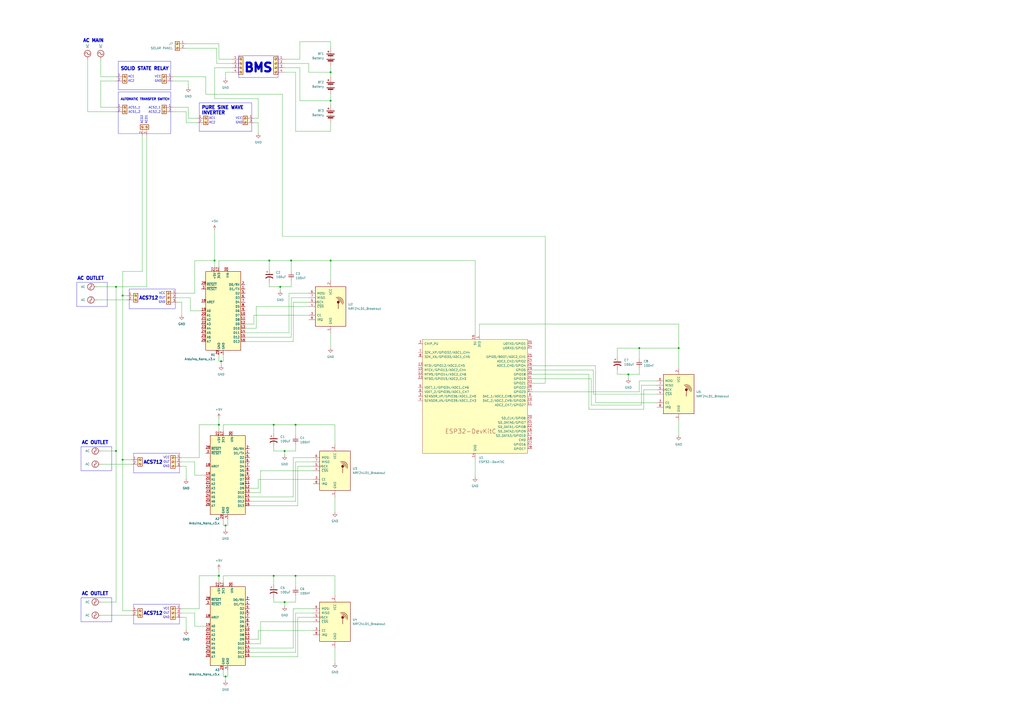
<source format=kicad_sch>
(kicad_sch (version 20250114) (generator "eeschema") (generator_version "9.0")
  (paper "A2")
  (lib_symbols
    (symbol "Connector:Screw_Terminal_01x02" (pin_names (offset 1.016) (hide yes))
      (property "Reference" "J" (at 0 2.54 0))
      (property "Value" "Screw_Terminal_01x02" (at 0 -5.08 0))
      (symbol "Screw_Terminal_01x02_1_1"
        (rectangle (start -1.27 1.27) (end 1.27 -3.81) (stroke (width 0.254)) (fill (type background)))
        (polyline (pts (xy -0.5334 0.3302) (xy 0.3302 -0.508)) (stroke (width 0.1524)))
        (polyline (pts (xy -0.5334 -2.2098) (xy 0.3302 -3.048)) (stroke (width 0.1524)))
        (polyline (pts (xy -0.3556 0.508) (xy 0.508 -0.3302)) (stroke (width 0.1524)))
        (polyline (pts (xy -0.3556 -2.032) (xy 0.508 -2.8702)) (stroke (width 0.1524)))
        (circle (center 0 0) (radius 0.635) (stroke (width 0.1524)))
        (circle (center 0 -2.54) (radius 0.635) (stroke (width 0.1524)))
        (pin passive line (at -5.08 0 0) (length 3.81) (name "Pin_1") (number "1"))
        (pin passive line (at -5.08 -2.54 0) (length 3.81) (name "Pin_2") (number "2"))
      )
    )
    (symbol "Connector:Screw_Terminal_01x03" (pin_names (offset 1.016) (hide yes))
      (property "Reference" "J" (at 0 5.08 0))
      (property "Value" "Screw_Terminal_01x03" (at 0 -5.08 0))
      (symbol "Screw_Terminal_01x03_1_1"
        (rectangle (start -1.27 3.81) (end 1.27 -3.81) (stroke (width 0.254)) (fill (type background)))
        (polyline (pts (xy -0.5334 2.8702) (xy 0.3302 2.032)) (stroke (width 0.1524)))
        (polyline (pts (xy -0.5334 0.3302) (xy 0.3302 -0.508)) (stroke (width 0.1524)))
        (polyline (pts (xy -0.5334 -2.2098) (xy 0.3302 -3.048)) (stroke (width 0.1524)))
        (polyline (pts (xy -0.3556 3.048) (xy 0.508 2.2098)) (stroke (width 0.1524)))
        (polyline (pts (xy -0.3556 0.508) (xy 0.508 -0.3302)) (stroke (width 0.1524)))
        (polyline (pts (xy -0.3556 -2.032) (xy 0.508 -2.8702)) (stroke (width 0.1524)))
        (circle (center 0 2.54) (radius 0.635) (stroke (width 0.1524)))
        (circle (center 0 0) (radius 0.635) (stroke (width 0.1524)))
        (circle (center 0 -2.54) (radius 0.635) (stroke (width 0.1524)))
        (pin passive line (at -5.08 2.54 0) (length 3.81) (name "Pin_1") (number "1"))
        (pin passive line (at -5.08 0 0) (length 3.81) (name "Pin_2") (number "2"))
        (pin passive line (at -5.08 -2.54 0) (length 3.81) (name "Pin_3") (number "3"))
      )
    )
    (symbol "Connector:Screw_Terminal_01x04" (pin_names (offset 1.016) (hide yes))
      (property "Reference" "J" (at 0 5.08 0))
      (property "Value" "Screw_Terminal_01x04" (at 0 -7.62 0))
      (symbol "Screw_Terminal_01x04_1_1"
        (rectangle (start -1.27 3.81) (end 1.27 -6.35) (stroke (width 0.254)) (fill (type background)))
        (polyline (pts (xy -0.5334 2.8702) (xy 0.3302 2.032)) (stroke (width 0.1524)))
        (polyline (pts (xy -0.5334 0.3302) (xy 0.3302 -0.508)) (stroke (width 0.1524)))
        (polyline (pts (xy -0.5334 -2.2098) (xy 0.3302 -3.048)) (stroke (width 0.1524)))
        (polyline (pts (xy -0.5334 -4.7498) (xy 0.3302 -5.588)) (stroke (width 0.1524)))
        (polyline (pts (xy -0.3556 3.048) (xy 0.508 2.2098)) (stroke (width 0.1524)))
        (polyline (pts (xy -0.3556 0.508) (xy 0.508 -0.3302)) (stroke (width 0.1524)))
        (polyline (pts (xy -0.3556 -2.032) (xy 0.508 -2.8702)) (stroke (width 0.1524)))
        (polyline (pts (xy -0.3556 -4.572) (xy 0.508 -5.4102)) (stroke (width 0.1524)))
        (circle (center 0 2.54) (radius 0.635) (stroke (width 0.1524)))
        (circle (center 0 0) (radius 0.635) (stroke (width 0.1524)))
        (circle (center 0 -2.54) (radius 0.635) (stroke (width 0.1524)))
        (circle (center 0 -5.08) (radius 0.635) (stroke (width 0.1524)))
        (pin passive line (at -5.08 2.54 0) (length 3.81) (name "Pin_1") (number "1"))
        (pin passive line (at -5.08 0 0) (length 3.81) (name "Pin_2") (number "2"))
        (pin passive line (at -5.08 -2.54 0) (length 3.81) (name "Pin_3") (number "3"))
        (pin passive line (at -5.08 -5.08 0) (length 3.81) (name "Pin_4") (number "4"))
      )
    )
    (symbol "Device:Battery" (pin_numbers (hide yes)) (pin_names (offset 0) (hide yes))
      (property "Reference" "BT" (at 2.54 2.54 0))
      (property "Value" "Battery" (at 2.54 0 0))
      (symbol "Battery_0_1"
        (rectangle (start -2.286 1.778) (end 2.286 1.524) (fill (type outline)))
        (rectangle (start -2.286 -1.27) (end 2.286 -1.524) (fill (type outline)))
        (rectangle (start -1.524 1.016) (end 1.524 0.508) (fill (type outline)))
        (rectangle (start -1.524 -2.032) (end 1.524 -2.54) (fill (type outline)))
        (polyline (pts (xy 0 1.778) (xy 0 2.54)))
        (polyline (pts (xy 0 0) (xy 0 0.254)))
        (polyline (pts (xy 0 -0.508) (xy 0 -0.254)))
        (polyline (pts (xy 0 -1.016) (xy 0 -0.762)))
        (polyline (pts (xy 0.762 3.048) (xy 1.778 3.048)) (stroke (width 0.254)))
        (polyline (pts (xy 1.27 3.556) (xy 1.27 2.54)) (stroke (width 0.254)))
      )
      (symbol "Battery_1_1"
        (pin passive line (at 0 5.08 270) (length 2.54) (name "+") (number "1"))
        (pin passive line (at 0 -5.08 90) (length 2.54) (name "-") (number "2"))
      )
    )
    (symbol "Device:C_Polarized_US" (pin_numbers (hide yes)) (pin_names (offset 0.254) (hide yes))
      (property "Reference" "C" (at 0.635 2.54 0))
      (property "Value" "C_Polarized_US" (at 0.635 -2.54 0))
      (symbol "C_Polarized_US_0_1"
        (polyline (pts (xy -2.032 0.762) (xy 2.032 0.762)) (stroke (width 0.508)))
        (polyline (pts (xy -1.778 2.286) (xy -0.762 2.286)))
        (polyline (pts (xy -1.27 1.778) (xy -1.27 2.794)))
        (arc (start -2.032 -1.27) (mid 0 -0.5572) (end 2.032 -1.27) (stroke (width 0.508)))
      )
      (symbol "C_Polarized_US_1_1"
        (pin passive line (at 0 3.81 270) (length 2.794) (name "~") (number "1"))
        (pin passive line (at 0 -3.81 90) (length 3.302) (name "~") (number "2"))
      )
    )
    (symbol "Device:C_Small" (pin_numbers (hide yes)) (pin_names (offset 0.254) (hide yes))
      (property "Reference" "C" (at 0.254 1.778 0))
      (property "Value" "C_Small" (at 0.254 -2.032 0))
      (symbol "C_Small_0_1"
        (polyline (pts (xy -1.524 0.508) (xy 1.524 0.508)) (stroke (width 0.3048)))
        (polyline (pts (xy -1.524 -0.508) (xy 1.524 -0.508)) (stroke (width 0.3302)))
      )
      (symbol "C_Small_1_1"
        (pin passive line (at 0 2.54 270) (length 2.032) (name "~") (number "1"))
        (pin passive line (at 0 -2.54 90) (length 2.032) (name "~") (number "2"))
      )
    )
    (symbol "ESP32:ESP32-DevKitC" (pin_names (offset 1.016))
      (property "Reference" "U" (at -30.48 38.1 0))
      (property "Value" "ESP32-DevKitC" (at -30.48 35.56 0))
      (symbol "ESP32-DevKitC_0_0"
        (text "ESP32-DevKitC" (at -2.54 -20.32 0) (effects (font (size 2.54 2.54))))
        (pin power_in line (at 0 35.56 270) (length 2.54) (name "5V") (number "19"))
        (pin power_in line (at 0 -35.56 90) (length 2.54) (name "GND") (number "14"))
      )
      (symbol "ESP32-DevKitC_0_1"
        (rectangle (start -30.48 33.02) (end 30.48 -33.02) (fill (type background)))
      )
      (symbol "ESP32-DevKitC_1_1"
        (pin input line (at -33.02 30.48 0) (length 2.54) (name "CHIP_PU") (number "2"))
        (pin bidirectional line (at -33.02 25.4 0) (length 2.54) (name "32K_XP/GPIO32/ADC1_CH4") (number "7"))
        (pin bidirectional line (at -33.02 22.86 0) (length 2.54) (name "32K_XN/GPIO33/ADC1_CH5") (number "8"))
        (pin bidirectional line (at -33.02 17.78 0) (length 2.54) (name "MTDI/GPIO12/ADC2_CH5") (number "13"))
        (pin bidirectional line (at -33.02 15.24 0) (length 2.54) (name "MTCK/GPIO13/ADC2_CH4") (number "15"))
        (pin bidirectional line (at -33.02 12.7 0) (length 2.54) (name "MTMS/GPIO14/ADC2_CH6") (number "12"))
        (pin bidirectional line (at -33.02 10.16 0) (length 2.54) (name "MTDO/GPIO15/ADC2_CH3") (number "23"))
        (pin input line (at -33.02 5.08 0) (length 2.54) (name "VDET_1/GPIO34/ADC1_CH6") (number "5"))
        (pin input line (at -33.02 2.54 0) (length 2.54) (name "VDET_2/GPIO35/ADC1_CH7") (number "6"))
        (pin input line (at -33.02 0 0) (length 2.54) (name "SENSOR_VP/GPIO36/ADC1_CH0") (number "3"))
        (pin input line (at -33.02 -2.54 0) (length 2.54) (name "SENSOR_VN/GPIO39/ADC1_CH3") (number "4"))
        (pin passive line (at 0 -35.56 90) (length 2.54) (hide yes) (name "GND") (number "32"))
        (pin passive line (at 0 -35.56 90) (length 2.54) (hide yes) (name "GND") (number "38"))
        (pin power_in line (at 2.54 35.56 270) (length 2.54) (name "3V3") (number "1"))
        (pin bidirectional line (at 33.02 30.48 180) (length 2.54) (name "U0TXD/GPIO1") (number "35"))
        (pin bidirectional line (at 33.02 27.94 180) (length 2.54) (name "U0RXD/GPIO3") (number "34"))
        (pin bidirectional line (at 33.02 22.86 180) (length 2.54) (name "GPIO0/BOOT/ADC2_CH1") (number "25"))
        (pin bidirectional line (at 33.02 20.32 180) (length 2.54) (name "ADC2_CH2/GPIO2") (number "24"))
        (pin bidirectional line (at 33.02 17.78 180) (length 2.54) (name "ADC2_CH0/GPIO4") (number "26"))
        (pin bidirectional line (at 33.02 15.24 180) (length 2.54) (name "GPIO5") (number "29"))
        (pin bidirectional line (at 33.02 12.7 180) (length 2.54) (name "GPIO18") (number "30"))
        (pin bidirectional line (at 33.02 10.16 180) (length 2.54) (name "GPIO19") (number "31"))
        (pin bidirectional line (at 33.02 7.62 180) (length 2.54) (name "GPIO21") (number "33"))
        (pin bidirectional line (at 33.02 5.08 180) (length 2.54) (name "GPIO22") (number "36"))
        (pin bidirectional line (at 33.02 2.54 180) (length 2.54) (name "GPIO23") (number "37"))
        (pin bidirectional line (at 33.02 0 180) (length 2.54) (name "DAC_1/ADC2_CH8/GPIO25") (number "9"))
        (pin bidirectional line (at 33.02 -2.54 180) (length 2.54) (name "DAC_2/ADC2_CH9/GPIO26") (number "10"))
        (pin bidirectional line (at 33.02 -5.08 180) (length 2.54) (name "ADC2_CH7/GPIO27") (number "11"))
        (pin bidirectional line (at 33.02 -12.7 180) (length 2.54) (name "SD_CLK/GPIO6") (number "20"))
        (pin bidirectional line (at 33.02 -15.24 180) (length 2.54) (name "SD_DATA0/GPIO7") (number "21"))
        (pin bidirectional line (at 33.02 -17.78 180) (length 2.54) (name "SD_DATA1/GPIO8") (number "22"))
        (pin bidirectional line (at 33.02 -20.32 180) (length 2.54) (name "SD_DATA2/GPIO9") (number "16"))
        (pin bidirectional line (at 33.02 -22.86 180) (length 2.54) (name "SD_DATA3/GPIO10") (number "17"))
        (pin bidirectional line (at 33.02 -25.4 180) (length 2.54) (name "CMD") (number "18"))
        (pin bidirectional line (at 33.02 -27.94 180) (length 2.54) (name "GPIO16") (number "27"))
        (pin bidirectional line (at 33.02 -30.48 180) (length 2.54) (name "GPIO17") (number "28"))
      )
    )
    (symbol "MCU_Module:Arduino_Nano_v3.x"
      (property "Reference" "A" (at -10.16 23.495 0))
      (property "Value" "Arduino_Nano_v3.x" (at 5.08 -24.13 0))
      (symbol "Arduino_Nano_v3.x_0_1"
        (rectangle (start -10.16 22.86) (end 10.16 -22.86) (stroke (width 0.254)) (fill (type background)))
      )
      (symbol "Arduino_Nano_v3.x_1_1"
        (pin bidirectional line (at -12.7 15.24 0) (length 2.54) (name "D0/RX") (number "2"))
        (pin bidirectional line (at -12.7 12.7 0) (length 2.54) (name "D1/TX") (number "1"))
        (pin bidirectional line (at -12.7 10.16 0) (length 2.54) (name "D2") (number "5"))
        (pin bidirectional line (at -12.7 7.62 0) (length 2.54) (name "D3") (number "6"))
        (pin bidirectional line (at -12.7 5.08 0) (length 2.54) (name "D4") (number "7"))
        (pin bidirectional line (at -12.7 2.54 0) (length 2.54) (name "D5") (number "8"))
        (pin bidirectional line (at -12.7 0 0) (length 2.54) (name "D6") (number "9"))
        (pin bidirectional line (at -12.7 -2.54 0) (length 2.54) (name "D7") (number "10"))
        (pin bidirectional line (at -12.7 -5.08 0) (length 2.54) (name "D8") (number "11"))
        (pin bidirectional line (at -12.7 -7.62 0) (length 2.54) (name "D9") (number "12"))
        (pin bidirectional line (at -12.7 -10.16 0) (length 2.54) (name "D10") (number "13"))
        (pin bidirectional line (at -12.7 -12.7 0) (length 2.54) (name "D11") (number "14"))
        (pin bidirectional line (at -12.7 -15.24 0) (length 2.54) (name "D12") (number "15"))
        (pin bidirectional line (at -12.7 -17.78 0) (length 2.54) (name "D13") (number "16"))
        (pin power_in line (at -2.54 25.4 270) (length 2.54) (name "VIN") (number "30"))
        (pin power_in line (at 0 -25.4 90) (length 2.54) (name "GND") (number "4"))
        (pin power_out line (at 2.54 25.4 270) (length 2.54) (name "3V3") (number "17"))
        (pin power_in line (at 2.54 -25.4 90) (length 2.54) (name "GND") (number "29"))
        (pin power_out line (at 5.08 25.4 270) (length 2.54) (name "+5V") (number "27"))
        (pin input line (at 12.7 15.24 180) (length 2.54) (name "~{RESET}") (number "28"))
        (pin input line (at 12.7 12.7 180) (length 2.54) (name "~{RESET}") (number "3"))
        (pin input line (at 12.7 5.08 180) (length 2.54) (name "AREF") (number "18"))
        (pin bidirectional line (at 12.7 0 180) (length 2.54) (name "A0") (number "19"))
        (pin bidirectional line (at 12.7 -2.54 180) (length 2.54) (name "A1") (number "20"))
        (pin bidirectional line (at 12.7 -5.08 180) (length 2.54) (name "A2") (number "21"))
        (pin bidirectional line (at 12.7 -7.62 180) (length 2.54) (name "A3") (number "22"))
        (pin bidirectional line (at 12.7 -10.16 180) (length 2.54) (name "A4") (number "23"))
        (pin bidirectional line (at 12.7 -12.7 180) (length 2.54) (name "A5") (number "24"))
        (pin bidirectional line (at 12.7 -15.24 180) (length 2.54) (name "A6") (number "25"))
        (pin bidirectional line (at 12.7 -17.78 180) (length 2.54) (name "A7") (number "26"))
      )
    )
    (symbol "RF:NRF24L01_Breakout" (pin_names (offset 1.016))
      (property "Reference" "U" (at -8.89 12.7 0))
      (property "Value" "NRF24L01_Breakout" (at 3.81 12.7 0))
      (symbol "NRF24L01_Breakout_0_1"
        (rectangle (start -8.89 11.43) (end 8.89 -11.43) (stroke (width 0.254)) (fill (type background)))
        (arc (start 3.175 5.08) (mid 6.453 4.548) (end 6.985 1.27) (stroke (width 0.254)))
        (circle (center 4.445 2.54) (radius 0.635) (stroke (width 0.254)) (fill (type outline)))
        (polyline (pts (xy 4.445 1.905) (xy 4.445 -1.27)) (stroke (width 0.254)))
        (arc (start 3.81 4.445) (mid 5.8835 3.9785) (end 6.35 1.905) (stroke (width 0.254)))
        (arc (start 4.445 3.81) (mid 5.3558 3.4508) (end 5.715 2.54) (stroke (width 0.254)))
      )
      (symbol "NRF24L01_Breakout_1_1"
        (pin input line (at -12.7 7.62 0) (length 3.81) (name "MOSI") (number "6"))
        (pin output line (at -12.7 5.08 0) (length 3.81) (name "MISO") (number "7"))
        (pin input clock (at -12.7 2.54 0) (length 3.81) (name "SCK") (number "5"))
        (pin input line (at -12.7 0 0) (length 3.81) (name "~{CSN}") (number "4"))
        (pin input line (at -12.7 -5.08 0) (length 3.81) (name "CE") (number "3"))
        (pin output line (at -12.7 -7.62 0) (length 3.81) (name "IRQ") (number "8"))
        (pin power_in line (at 0 15.24 270) (length 3.81) (name "VCC") (number "2"))
        (pin power_in line (at 0 -15.24 90) (length 3.81) (name "GND") (number "1"))
      )
    )
    (symbol "power:+5V" (power) (pin_numbers (hide yes)) (pin_names (offset 0) (hide yes))
      (property "Value" "+5V" (at 0 3.556 0))
      (symbol "+5V_0_1"
        (polyline (pts (xy -0.762 1.27) (xy 0 2.54)))
        (polyline (pts (xy 0 2.54) (xy 0.762 1.27)))
        (polyline (pts (xy 0 0) (xy 0 2.54)))
      )
      (symbol "+5V_1_1"
        (pin power_in line (at 0 0 90) (length 0) (name "~") (number "1"))
      )
    )
    (symbol "power:AC" (power) (pin_numbers (hide yes)) (pin_names (offset 0) (hide yes))
      (property "Value" "AC" (at 0 6.35 0))
      (symbol "AC_0_1"
        (arc (start -1.27 3.175) (mid -0.635 3.8073) (end 0 3.175) (stroke (width 0.254)))
        (circle (center 0 3.175) (radius 1.905) (stroke (width 0.254)))
        (polyline (pts (xy 0 0) (xy 0 1.27)))
        (arc (start 1.27 3.175) (mid 0.635 2.5427) (end 0 3.175) (stroke (width 0.254)))
      )
      (symbol "AC_1_1"
        (pin power_in line (at 0 0 90) (length 0) (name "~") (number "1"))
      )
    )
    (symbol "power:GND" (power) (pin_numbers (hide yes)) (pin_names (offset 0) (hide yes))
      (property "Value" "GND" (at 0 -3.81 0))
      (symbol "GND_0_1"
        (polyline (pts (xy 0 0) (xy 0 -1.27) (xy 1.27 -1.27) (xy 0 -2.54) (xy -1.27 -1.27) (xy 0 -1.27)))
      )
      (symbol "GND_1_1"
        (pin power_in line (at 0 0 270) (length 0) (name "~") (number "1"))
      )
    )
  )
  (rectangle (start 44.45 163.83) (end 62.23 177.8))
  (rectangle (start 77.47 350.52) (end 104.14 361.95))
  (rectangle (start 68.58 53.34) (end 99.06 77.47))
  (rectangle (start 77.47 262.89) (end 104.14 274.32))
  (rectangle (start 115.57 59.69) (end 146.05 76.2))
  (rectangle (start 68.58 35.56) (end 99.06 52.07))
  (rectangle (start 74.93 167.64) (end 101.6 179.07))
  (rectangle (start 161.29 32.258) (end 138.43 44.958))
  (rectangle (start 46.99 346.71) (end 64.77 360.68))
  (rectangle (start 46.99 259.08) (end 64.77 273.05))
  (text "AC2" (at 77.978 46.99 0) (effects (font (size 1.27 1.27)) (justify right)))
  (text "GND" (at 136.652 71.12 0) (effects (font (size 1.27 1.27)) (justify left)))
  (text "ACS712" (at 80.518 172.974 0) (effects (font (size 1.905 1.905) (thickness 0.508) (bold yes)) (justify left)))
  (text "ACS2_2" (at 86.106 65.024 0) (effects (font (size 1.27 1.27)) (justify left)))
  (text "AC2" (at 124.968 71.12 0) (effects (font (size 1.27 1.27)) (justify right)))
  (text "SOLID STATE RELAY" (at 69.85 39.878 0) (effects (font (size 1.905 1.905) (thickness 0.508) (bold yes)) (justify left)))
  (text "ACS712" (at 83.058 268.224 0) (effects (font (size 1.905 1.905) (thickness 0.508) (bold yes)) (justify left)))
  (text "ACS712" (at 83.058 355.854 0) (effects (font (size 1.905 1.905) (thickness 0.508) (bold yes)) (justify left)))
  (text "VCC" (at 89.662 44.45 0) (effects (font (size 1.27 1.27)) (justify left)))
  (text "VCC" (at 96.012 170.18 0) (effects (font (size 1.27 1.27)) (justify right)))
  (text "ACS1_1" (at 81.534 62.484 0) (effects (font (size 1.27 1.27)) (justify right)))
  (text "AC1" (at 124.968 68.58 0) (effects (font (size 1.27 1.27)) (justify right)))
  (text "GND" (at 89.662 46.99 0) (effects (font (size 1.27 1.27)) (justify left)))
  (text "AC OUTLET" (at 44.704 161.544 0) (effects (font (size 1.905 1.905) (thickness 0.508) (bold yes)) (justify left)))
  (text "GND" (at 96.012 175.26 0) (effects (font (size 1.27 1.27)) (justify right)))
  (text "AC OUTLET" (at 47.244 256.794 0) (effects (font (size 1.905 1.905) (thickness 0.508) (bold yes)) (justify left)))
  (text "ACO1" (at 84.836 66.802 90) (effects (font (size 1.27 1.27)) (justify right)))
  (text "AC OUTLET" (at 47.244 344.424 0) (effects (font (size 1.905 1.905) (thickness 0.508) (bold yes)) (justify left)))
  (text "ACS2_1" (at 86.106 62.484 0) (effects (font (size 1.27 1.27)) (justify left)))
  (text "VCC" (at 98.552 265.43 0) (effects (font (size 1.27 1.27)) (justify right)))
  (text "ACS1_2" (at 81.534 65.024 0) (effects (font (size 1.27 1.27)) (justify right)))
  (text "AC1" (at 77.978 44.45 0) (effects (font (size 1.27 1.27)) (justify right)))
  (text "AUTOMATIC TRANSFER SWITCH" (at 69.85 57.658 0) (effects (font (size 1.27 1.27) (thickness 0.508) (bold yes)) (justify left)))
  (text "VCC" (at 136.652 68.58 0) (effects (font (size 1.27 1.27)) (justify left)))
  (text "GND" (at 98.552 270.51 0) (effects (font (size 1.27 1.27)) (justify right)))
  (text "PURE SINE WAVE\nINVERTER" (at 116.84 64.008 0) (effects (font (size 1.905 1.905) (thickness 0.508) (bold yes)) (justify left)))
  (text "OUT" (at 98.552 267.97 0) (effects (font (size 1.27 1.27)) (justify right)))
  (text "OUT" (at 96.012 172.72 0) (effects (font (size 1.27 1.27)) (justify right)))
  (text "AC MAIN" (at 48.006 23.622 0) (effects (font (size 1.905 1.905) (thickness 0.508) (bold yes)) (justify left)))
  (text "OUT" (at 98.552 355.6 0) (effects (font (size 1.27 1.27)) (justify right)))
  (text "ACO2" (at 82.296 66.802 90) (effects (font (size 1.27 1.27)) (justify right)))
  (text "VCC" (at 98.552 353.06 0) (effects (font (size 1.27 1.27)) (justify right)))
  (text "BMS" (at 149.86 39.37 0) (effects (font (size 5.08 5.08) (thickness 1.524) (bold yes))))
  (text "GND" (at 98.552 358.14 0) (effects (font (size 1.27 1.27)) (justify right)))
  (junction (at 128.27 209.55))
  (junction (at 165.1 261.62))
  (junction (at 71.12 266.7))
  (junction (at 191.77 58.42))
  (junction (at 127 246.38))
  (junction (at 71.12 171.45))
  (junction (at 156.21 151.13))
  (junction (at 67.31 261.62))
  (junction (at 67.31 166.37))
  (junction (at 124.46 151.13))
  (junction (at 158.75 334.01))
  (junction (at 168.91 151.13))
  (junction (at 393.7 201.93))
  (junction (at 162.56 166.37))
  (junction (at 370.84 201.93))
  (junction (at 130.81 392.43))
  (junction (at 171.45 246.38))
  (junction (at 171.45 334.01))
  (junction (at 165.1 349.25))
  (junction (at 158.75 246.38))
  (junction (at 127 334.01))
  (junction (at 130.81 304.8))
  (junction (at 364.49 217.17))
  (junction (at 191.77 41.91))
  (junction (at 191.77 151.13))
  (wire (pts (xy 345.44 212.09) (xy 345.44 233.68)))
  (wire (pts (xy 191.77 54.61) (xy 191.77 58.42)))
  (wire (pts (xy 191.77 76.2) (xy 191.77 71.12)))
  (wire (pts (xy 132.08 388.62) (xy 132.08 392.43)))
  (wire (pts (xy 149.86 68.58) (xy 147.32 68.58)))
  (wire (pts (xy 50.8 34.29) (xy 50.8 64.77)))
  (wire (pts (xy 110.49 172.72) (xy 110.49 180.34)))
  (wire (pts (xy 105.41 353.06) (xy 115.57 353.06)))
  (wire (pts (xy 170.18 288.29) (xy 144.78 288.29)))
  (wire (pts (xy 67.31 261.62) (xy 67.31 166.37)))
  (wire (pts (xy 170.18 175.26) (xy 170.18 198.12)))
  (wire (pts (xy 194.31 375.92) (xy 194.31 384.81)))
  (wire (pts (xy 149.86 370.84) (xy 144.78 370.84)))
  (wire (pts (xy 372.11 234.95) (xy 342.9 234.95)))
  (wire (pts (xy 102.87 172.72) (xy 110.49 172.72)))
  (wire (pts (xy 127 330.2) (xy 127 334.01)))
  (wire (pts (xy 58.42 62.23) (xy 67.31 62.23)))
  (wire (pts (xy 71.12 171.45) (xy 73.66 171.45)))
  (wire (pts (xy 173.99 34.29) (xy 173.99 24.13)))
  (wire (pts (xy 110.49 180.34) (xy 116.84 180.34)))
  (wire (pts (xy 372.11 223.52) (xy 372.11 234.95)))
  (wire (pts (xy 50.8 64.77) (xy 67.31 64.77)))
  (wire (pts (xy 344.17 214.63) (xy 308.61 214.63)))
  (wire (pts (xy 373.38 226.06) (xy 373.38 237.49)))
  (wire (pts (xy 170.18 375.92) (xy 144.78 375.92)))
  (wire (pts (xy 165.1 261.62) (xy 158.75 261.62)))
  (wire (pts (xy 170.18 265.43) (xy 170.18 288.29)))
  (wire (pts (xy 191.77 162.56) (xy 191.77 151.13)))
  (wire (pts (xy 156.21 166.37) (xy 156.21 163.83)))
  (wire (pts (xy 275.59 151.13) (xy 275.59 194.31)))
  (wire (pts (xy 370.84 220.98) (xy 370.84 227.33)))
  (wire (pts (xy 147.32 187.96) (xy 142.24 187.96)))
  (wire (pts (xy 132.08 392.43) (xy 130.81 392.43)))
  (wire (pts (xy 173.99 24.13) (xy 191.77 24.13)))
  (wire (pts (xy 151.13 373.38) (xy 144.78 373.38)))
  (wire (pts (xy 109.22 46.99) (xy 109.22 50.8)))
  (wire (pts (xy 124.46 39.37) (xy 124.46 57.15)))
  (wire (pts (xy 194.31 257.81) (xy 194.31 246.38)))
  (wire (pts (xy 179.07 177.8) (xy 148.59 177.8)))
  (wire (pts (xy 344.17 228.6) (xy 344.17 214.63)))
  (wire (pts (xy 119.38 54.61) (xy 163.83 54.61)))
  (wire (pts (xy 341.63 217.17) (xy 308.61 217.17)))
  (wire (pts (xy 181.61 273.05) (xy 151.13 273.05)))
  (wire (pts (xy 316.23 137.16) (xy 316.23 222.25)))
  (wire (pts (xy 105.41 265.43) (xy 115.57 265.43)))
  (wire (pts (xy 134.62 41.91) (xy 130.81 41.91)))
  (wire (pts (xy 149.86 283.21) (xy 144.78 283.21)))
  (wire (pts (xy 129.54 209.55) (xy 128.27 209.55)))
  (wire (pts (xy 275.59 151.13) (xy 191.77 151.13)))
  (wire (pts (xy 364.49 217.17) (xy 358.14 217.17)))
  (wire (pts (xy 130.81 41.91) (xy 130.81 45.72)))
  (wire (pts (xy 171.45 334.01) (xy 171.45 340.36)))
  (wire (pts (xy 181.61 365.76) (xy 149.86 365.76)))
  (wire (pts (xy 358.14 217.17) (xy 358.14 214.63)))
  (wire (pts (xy 191.77 193.04) (xy 191.77 201.93)))
  (wire (pts (xy 163.83 137.16) (xy 316.23 137.16)))
  (wire (pts (xy 381 220.98) (xy 370.84 220.98)))
  (wire (pts (xy 55.88 173.99) (xy 73.66 173.99)))
  (wire (pts (xy 364.49 217.17) (xy 364.49 219.71)))
  (wire (pts (xy 129.54 388.62) (xy 129.54 392.43)))
  (wire (pts (xy 168.91 166.37) (xy 162.56 166.37)))
  (wire (pts (xy 124.46 133.35) (xy 124.46 151.13)))
  (wire (pts (xy 393.7 243.84) (xy 393.7 252.73)))
  (wire (pts (xy 171.45 345.44) (xy 171.45 349.25)))
  (wire (pts (xy 171.45 349.25) (xy 165.1 349.25)))
  (wire (pts (xy 194.31 334.01) (xy 171.45 334.01)))
  (wire (pts (xy 173.99 39.37) (xy 173.99 58.42)))
  (wire (pts (xy 71.12 157.48) (xy 71.12 171.45)))
  (wire (pts (xy 358.14 201.93) (xy 358.14 207.01)))
  (wire (pts (xy 71.12 266.7) (xy 76.2 266.7)))
  (wire (pts (xy 275.59 265.43) (xy 275.59 276.86)))
  (wire (pts (xy 370.84 227.33) (xy 308.61 227.33)))
  (wire (pts (xy 162.56 166.37) (xy 156.21 166.37)))
  (wire (pts (xy 55.88 166.37) (xy 67.31 166.37)))
  (wire (pts (xy 165.1 261.62) (xy 165.1 264.16)))
  (wire (pts (xy 158.75 349.25) (xy 158.75 346.71)))
  (wire (pts (xy 134.62 39.37) (xy 124.46 39.37)))
  (wire (pts (xy 109.22 62.23) (xy 100.33 62.23)))
  (wire (pts (xy 100.33 44.45) (xy 119.38 44.45)))
  (wire (pts (xy 134.62 36.83) (xy 125.73 36.83)))
  (wire (pts (xy 393.7 187.96) (xy 393.7 201.93)))
  (wire (pts (xy 107.95 358.14) (xy 107.95 365.76)))
  (wire (pts (xy 341.63 237.49) (xy 341.63 217.17)))
  (wire (pts (xy 163.83 54.61) (xy 163.83 137.16)))
  (wire (pts (xy 148.59 177.8) (xy 148.59 190.5)))
  (wire (pts (xy 132.08 300.99) (xy 132.08 304.8)))
  (wire (pts (xy 181.61 358.14) (xy 172.72 358.14)))
  (wire (pts (xy 67.31 166.37) (xy 85.09 166.37)))
  (wire (pts (xy 105.41 355.6) (xy 113.03 355.6)))
  (wire (pts (xy 172.72 293.37) (xy 144.78 293.37)))
  (wire (pts (xy 129.54 205.74) (xy 129.54 209.55)))
  (wire (pts (xy 147.32 71.12) (xy 149.86 71.12)))
  (wire (pts (xy 149.86 57.15) (xy 149.86 68.58)))
  (wire (pts (xy 127 151.13) (xy 127 154.94)))
  (wire (pts (xy 171.45 378.46) (xy 144.78 378.46)))
  (wire (pts (xy 100.33 46.99) (xy 109.22 46.99)))
  (wire (pts (xy 393.7 201.93) (xy 370.84 201.93)))
  (wire (pts (xy 119.38 44.45) (xy 119.38 54.61)))
  (wire (pts (xy 58.42 349.25) (xy 67.31 349.25)))
  (wire (pts (xy 171.45 334.01) (xy 158.75 334.01)))
  (wire (pts (xy 168.91 195.58) (xy 142.24 195.58)))
  (wire (pts (xy 179.07 41.91) (xy 191.77 41.91)))
  (wire (pts (xy 171.45 290.83) (xy 144.78 290.83)))
  (wire (pts (xy 127 205.74) (xy 127 209.55)))
  (wire (pts (xy 58.42 46.99) (xy 58.42 62.23)))
  (wire (pts (xy 127 242.57) (xy 127 246.38)))
  (wire (pts (xy 102.87 170.18) (xy 113.03 170.18)))
  (wire (pts (xy 179.07 172.72) (xy 168.91 172.72)))
  (wire (pts (xy 129.54 304.8) (xy 130.81 304.8)))
  (wire (pts (xy 115.57 334.01) (xy 127 334.01)))
  (wire (pts (xy 381 228.6) (xy 344.17 228.6)))
  (wire (pts (xy 167.64 193.04) (xy 142.24 193.04)))
  (wire (pts (xy 115.57 265.43) (xy 115.57 246.38)))
  (wire (pts (xy 107.95 25.4) (xy 127 25.4)))
  (wire (pts (xy 113.03 275.59) (xy 119.38 275.59)))
  (wire (pts (xy 158.75 261.62) (xy 158.75 259.08)))
  (wire (pts (xy 71.12 354.33) (xy 71.12 266.7)))
  (wire (pts (xy 278.13 187.96) (xy 393.7 187.96)))
  (wire (pts (xy 194.31 246.38) (xy 171.45 246.38)))
  (wire (pts (xy 85.09 78.74) (xy 85.09 166.37)))
  (wire (pts (xy 76.2 354.33) (xy 71.12 354.33)))
  (wire (pts (xy 170.18 353.06) (xy 170.18 375.92)))
  (wire (pts (xy 278.13 194.31) (xy 278.13 187.96)))
  (wire (pts (xy 165.1 34.29) (xy 173.99 34.29)))
  (wire (pts (xy 381 223.52) (xy 372.11 223.52)))
  (wire (pts (xy 158.75 334.01) (xy 129.54 334.01)))
  (wire (pts (xy 171.45 76.2) (xy 191.77 76.2)))
  (wire (pts (xy 171.45 246.38) (xy 158.75 246.38)))
  (wire (pts (xy 148.59 190.5) (xy 142.24 190.5)))
  (wire (pts (xy 181.61 360.68) (xy 151.13 360.68)))
  (wire (pts (xy 194.31 288.29) (xy 194.31 297.18)))
  (wire (pts (xy 181.61 353.06) (xy 170.18 353.06)))
  (wire (pts (xy 393.7 213.36) (xy 393.7 201.93)))
  (wire (pts (xy 115.57 246.38) (xy 127 246.38)))
  (wire (pts (xy 124.46 151.13) (xy 124.46 154.94)))
  (wire (pts (xy 172.72 358.14) (xy 172.72 381)))
  (wire (pts (xy 171.45 257.81) (xy 171.45 261.62)))
  (wire (pts (xy 308.61 212.09) (xy 345.44 212.09)))
  (wire (pts (xy 342.9 234.95) (xy 342.9 219.71)))
  (wire (pts (xy 181.61 270.51) (xy 172.72 270.51)))
  (wire (pts (xy 171.45 261.62) (xy 165.1 261.62)))
  (wire (pts (xy 171.45 267.97) (xy 171.45 290.83)))
  (wire (pts (xy 172.72 270.51) (xy 172.72 293.37)))
  (wire (pts (xy 194.31 345.44) (xy 194.31 334.01)))
  (wire (pts (xy 129.54 334.01) (xy 129.54 337.82)))
  (wire (pts (xy 129.54 246.38) (xy 129.54 250.19)))
  (wire (pts (xy 149.86 365.76) (xy 149.86 370.84)))
  (wire (pts (xy 172.72 381) (xy 144.78 381)))
  (wire (pts (xy 156.21 151.13) (xy 127 151.13)))
  (wire (pts (xy 165.1 349.25) (xy 165.1 351.79)))
  (wire (pts (xy 179.07 36.83) (xy 179.07 41.91)))
  (wire (pts (xy 67.31 46.99) (xy 58.42 46.99)))
  (wire (pts (xy 179.07 182.88) (xy 147.32 182.88)))
  (wire (pts (xy 370.84 201.93) (xy 370.84 208.28)))
  (wire (pts (xy 127 334.01) (xy 127 337.82)))
  (wire (pts (xy 127 25.4) (xy 127 34.29)))
  (wire (pts (xy 67.31 44.45) (xy 58.42 44.45)))
  (wire (pts (xy 82.55 78.74) (xy 82.55 157.48)))
  (wire (pts (xy 130.81 392.43) (xy 130.81 394.97)))
  (wire (pts (xy 107.95 64.77) (xy 107.95 71.12)))
  (wire (pts (xy 67.31 261.62) (xy 67.31 349.25)))
  (wire (pts (xy 373.38 237.49) (xy 341.63 237.49)))
  (wire (pts (xy 156.21 151.13) (xy 156.21 156.21)))
  (wire (pts (xy 129.54 392.43) (xy 130.81 392.43)))
  (wire (pts (xy 162.56 166.37) (xy 162.56 168.91)))
  (wire (pts (xy 345.44 233.68) (xy 381 233.68)))
  (wire (pts (xy 129.54 300.99) (xy 129.54 304.8)))
  (wire (pts (xy 105.41 267.97) (xy 113.03 267.97)))
  (wire (pts (xy 316.23 222.25) (xy 308.61 222.25)))
  (wire (pts (xy 58.42 356.87) (xy 76.2 356.87)))
  (wire (pts (xy 181.61 265.43) (xy 170.18 265.43)))
  (wire (pts (xy 165.1 349.25) (xy 158.75 349.25)))
  (wire (pts (xy 165.1 39.37) (xy 173.99 39.37)))
  (wire (pts (xy 125.73 27.94) (xy 107.95 27.94)))
  (wire (pts (xy 191.77 151.13) (xy 168.91 151.13)))
  (wire (pts (xy 58.42 269.24) (xy 76.2 269.24)))
  (wire (pts (xy 124.46 57.15) (xy 149.86 57.15)))
  (wire (pts (xy 114.3 68.58) (xy 109.22 68.58)))
  (wire (pts (xy 132.08 304.8) (xy 130.81 304.8)))
  (wire (pts (xy 71.12 171.45) (xy 71.12 266.7)))
  (wire (pts (xy 149.86 278.13) (xy 149.86 283.21)))
  (wire (pts (xy 130.81 304.8) (xy 130.81 307.34)))
  (wire (pts (xy 147.32 182.88) (xy 147.32 187.96)))
  (wire (pts (xy 158.75 246.38) (xy 129.54 246.38)))
  (wire (pts (xy 191.77 41.91) (xy 191.77 44.45)))
  (wire (pts (xy 173.99 58.42) (xy 191.77 58.42)))
  (wire (pts (xy 168.91 151.13) (xy 168.91 157.48)))
  (wire (pts (xy 58.42 44.45) (xy 58.42 34.29)))
  (wire (pts (xy 127 246.38) (xy 127 250.19)))
  (wire (pts (xy 181.61 355.6) (xy 171.45 355.6)))
  (wire (pts (xy 158.75 246.38) (xy 158.75 251.46)))
  (wire (pts (xy 127 34.29) (xy 134.62 34.29)))
  (wire (pts (xy 113.03 267.97) (xy 113.03 275.59)))
  (wire (pts (xy 151.13 285.75) (xy 144.78 285.75)))
  (wire (pts (xy 381 226.06) (xy 373.38 226.06)))
  (wire (pts (xy 168.91 172.72) (xy 168.91 195.58)))
  (wire (pts (xy 105.41 358.14) (xy 107.95 358.14)))
  (wire (pts (xy 191.77 58.42) (xy 191.77 60.96)))
  (wire (pts (xy 113.03 170.18) (xy 113.03 151.13)))
  (wire (pts (xy 342.9 219.71) (xy 308.61 219.71)))
  (wire (pts (xy 171.45 41.91) (xy 171.45 76.2)))
  (wire (pts (xy 170.18 198.12) (xy 142.24 198.12)))
  (wire (pts (xy 109.22 68.58) (xy 109.22 62.23)))
  (wire (pts (xy 165.1 36.83) (xy 179.07 36.83)))
  (wire (pts (xy 168.91 162.56) (xy 168.91 166.37)))
  (wire (pts (xy 171.45 355.6) (xy 171.45 378.46)))
  (wire (pts (xy 370.84 213.36) (xy 370.84 217.17)))
  (wire (pts (xy 171.45 246.38) (xy 171.45 252.73)))
  (wire (pts (xy 191.77 38.1) (xy 191.77 41.91)))
  (wire (pts (xy 158.75 334.01) (xy 158.75 339.09)))
  (wire (pts (xy 168.91 151.13) (xy 156.21 151.13)))
  (wire (pts (xy 100.33 64.77) (xy 107.95 64.77)))
  (wire (pts (xy 370.84 217.17) (xy 364.49 217.17)))
  (wire (pts (xy 107.95 71.12) (xy 114.3 71.12)))
  (wire (pts (xy 113.03 355.6) (xy 113.03 363.22)))
  (wire (pts (xy 115.57 353.06) (xy 115.57 334.01)))
  (wire (pts (xy 179.07 170.18) (xy 167.64 170.18)))
  (wire (pts (xy 181.61 278.13) (xy 149.86 278.13)))
  (wire (pts (xy 102.87 175.26) (xy 105.41 175.26)))
  (wire (pts (xy 105.41 175.26) (xy 105.41 182.88)))
  (wire (pts (xy 127 209.55) (xy 128.27 209.55)))
  (wire (pts (xy 151.13 273.05) (xy 151.13 285.75)))
  (wire (pts (xy 165.1 41.91) (xy 171.45 41.91)))
  (wire (pts (xy 107.95 270.51) (xy 107.95 278.13)))
  (wire (pts (xy 151.13 360.68) (xy 151.13 373.38)))
  (wire (pts (xy 128.27 209.55) (xy 128.27 212.09)))
  (wire (pts (xy 191.77 24.13) (xy 191.77 27.94)))
  (wire (pts (xy 113.03 151.13) (xy 124.46 151.13)))
  (wire (pts (xy 167.64 170.18) (xy 167.64 193.04)))
  (wire (pts (xy 58.42 261.62) (xy 67.31 261.62)))
  (wire (pts (xy 181.61 267.97) (xy 171.45 267.97)))
  (wire (pts (xy 125.73 36.83) (xy 125.73 27.94)))
  (wire (pts (xy 149.86 71.12) (xy 149.86 77.47)))
  (wire (pts (xy 105.41 270.51) (xy 107.95 270.51)))
  (wire (pts (xy 113.03 363.22) (xy 119.38 363.22)))
  (wire (pts (xy 370.84 201.93) (xy 358.14 201.93)))
  (wire (pts (xy 82.55 157.48) (xy 71.12 157.48)))
  (wire (pts (xy 179.07 175.26) (xy 170.18 175.26)))
  (symbol (lib_id "power:GND") (at 194.31 384.81 0) (unit 1)
    (property "Reference" "#PWR026" (effects (hide yes)))
    (property "Value" "GND" (at 194.31 389.89 0))
    (property "Description" "Power symbol creates a global label with name \"GND\" , ground" (effects (hide yes)))
  )
  (symbol (lib_id "RF:NRF24L01_Breakout") (at 194.31 360.68 0) (unit 1)
    (property "Reference" "U4" (at 204.47 359.4099 0) (effects (justify left)))
    (property "Value" "NRF24L01_Breakout" (at 204.47 361.9499 0) (effects (justify left)))
    (property "Footprint" "RF_Module:nRF24L01_Breakout" (effects (hide yes)))
    (property "Datasheet" "http://www.nordicsemi.com/eng/content/download/2730/34105/file/nRF24L01_Product_Specification_v2_0.pdf" (effects (hide yes)))
    (property "Description" "Ultra low power 2.4GHz RF Transceiver, Carrier PCB" (effects (hide yes)))
  )
  (symbol (lib_id "power:GND") (at 165.1 351.79 0) (unit 1)
    (property "Reference" "#PWR025" (effects (hide yes)))
    (property "Value" "GND" (at 165.1 356.87 0))
    (property "Description" "Power symbol creates a global label with name \"GND\" , ground" (effects (hide yes)))
  )
  (symbol (lib_id "power:GND") (at 130.81 45.72 0) (mirror y) (unit 1)
    (property "Reference" "#PWR011" (effects (hide yes)))
    (property "Value" "GND" (at 130.81 50.8 0))
    (property "Description" "Power symbol creates a global label with name \"GND\" , ground" (effects (hide yes)))
  )
  (symbol (lib_id "power:AC") (at 55.88 166.37 90) (unit 1)
    (property "Reference" "#PWR03" (effects (hide yes)))
    (property "Value" "AC" (at 49.53 166.3699 90) (effects (justify left)))
    (property "Description" "Power symbol creates a global label with name \"AC\"" (effects (hide yes)))
  )
  (symbol (lib_id "power:GND") (at 149.86 77.47 0) (mirror y) (unit 1)
    (property "Reference" "#PWR08" (effects (hide yes)))
    (property "Value" "GND" (at 149.86 82.55 0))
    (property "Description" "Power symbol creates a global label with name \"GND\" , ground" (effects (hide yes)))
  )
  (symbol (lib_id "RF:NRF24L01_Breakout") (at 393.7 228.6 0) (unit 1)
    (property "Reference" "U5" (at 403.86 227.3299 0) (effects (justify left)))
    (property "Value" "NRF24L01_Breakout" (at 403.86 229.8699 0) (effects (justify left)))
    (property "Footprint" "RF_Module:nRF24L01_Breakout" (effects (hide yes)))
    (property "Datasheet" "http://www.nordicsemi.com/eng/content/download/2730/34105/file/nRF24L01_Product_Specification_v2_0.pdf" (effects (hide yes)))
    (property "Description" "Ultra low power 2.4GHz RF Transceiver, Carrier PCB" (effects (hide yes)))
  )
  (symbol (lib_id "RF:NRF24L01_Breakout") (at 191.77 177.8 0) (unit 1)
    (property "Reference" "U2" (at 201.93 176.5299 0) (effects (justify left)))
    (property "Value" "NRF24L01_Breakout" (at 201.93 179.0699 0) (effects (justify left)))
    (property "Footprint" "RF_Module:nRF24L01_Breakout" (effects (hide yes)))
    (property "Datasheet" "http://www.nordicsemi.com/eng/content/download/2730/34105/file/nRF24L01_Product_Specification_v2_0.pdf" (effects (hide yes)))
    (property "Description" "Ultra low power 2.4GHz RF Transceiver, Carrier PCB" (effects (hide yes)))
  )
  (symbol (lib_id "Device:Battery") (at 191.77 66.04 0) (mirror y) (unit 1)
    (property "Reference" "BT3" (at 187.96 64.1984 0) (effects (justify left)))
    (property "Value" "Battery" (at 187.96 66.7384 0) (effects (justify left)))
    (property "Description" "Multiple-cell battery" (effects (hide yes)))
  )
  (symbol (lib_id "Device:C_Polarized_US") (at 156.21 160.02 0) (unit 1)
    (property "Reference" "C2" (at 160.02 158.1149 0) (effects (justify left)))
    (property "Value" "100uF" (at 160.02 160.6549 0) (effects (justify left)))
    (property "Footprint" "Capacitor_THT:CP_Radial_D6.3mm_P2.50mm" (effects (hide yes)))
  )
  (symbol (lib_id "Device:C_Small") (at 171.45 255.27 0) (unit 1)
    (property "Reference" "C4" (at 173.99 254.0062 0) (effects (justify left)))
    (property "Value" "100nF" (at 173.99 256.5462 0) (effects (justify left)))
    (property "Footprint" "Capacitor_THT:C_Disc_D4.3mm_W1.9mm_P5.00mm" (effects (hide yes)))
    (property "Description" "Unpolarized capacitor, small symbol" (effects (hide yes)))
  )
  (symbol (lib_id "Device:C_Polarized_US") (at 158.75 342.9 0) (unit 1)
    (property "Reference" "C5" (at 162.56 340.9949 0) (effects (justify left)))
    (property "Value" "100uF" (at 162.56 343.5349 0) (effects (justify left)))
    (property "Footprint" "Capacitor_THT:CP_Radial_D6.3mm_P2.50mm" (effects (hide yes)))
  )
  (symbol (lib_id "power:AC") (at 50.8 34.29 0) (unit 1)
    (property "Reference" "#PWR05" (effects (hide yes)))
    (property "Value" "AC" (at 50.8001 27.94 90) (effects (justify left)))
    (property "Description" "Power symbol creates a global label with name \"AC\"" (effects (hide yes)))
  )
  (symbol (lib_id "power:GND") (at 109.22 50.8 0) (mirror y) (unit 1)
    (property "Reference" "#PWR029" (effects (hide yes)))
    (property "Value" "GND" (at 109.22 55.88 0))
    (property "Description" "Power symbol creates a global label with name \"GND\" , ground" (effects (hide yes)))
  )
  (symbol (lib_id "power:+5V") (at 127 242.57 0) (unit 1)
    (property "Reference" "#PWR016" (effects (hide yes)))
    (property "Value" "+5V" (at 127 237.49 0))
    (property "Description" "Power symbol creates a global label with name \"+5V\"" (effects (hide yes)))
  )
  (symbol (lib_id "power:AC") (at 58.42 269.24 90) (unit 1)
    (property "Reference" "#PWR014" (effects (hide yes)))
    (property "Value" "AC" (at 52.07 269.2399 90) (effects (justify left)))
    (property "Description" "Power symbol creates a global label with name \"AC\"" (effects (hide yes)))
  )
  (symbol (lib_id "Connector:Screw_Terminal_01x02") (at 119.38 68.58 0) (unit 1)
    (property "Reference" "J11" (effects (hide yes)))
    (property "Value" "Power Input" (effects (hide yes)))
    (property "Description" "Generic screw terminal, single row, 01x02, script generated (kicad-library-utils/schlib/autogen/connector/)" (effects (hide yes)))
  )
  (symbol (lib_id "power:GND") (at 128.27 212.09 0) (unit 1)
    (property "Reference" "#PWR06" (effects (hide yes)))
    (property "Value" "GND" (at 128.27 217.17 0))
    (property "Description" "Power symbol creates a global label with name \"GND\" , ground" (effects (hide yes)))
  )
  (symbol (lib_id "power:GND") (at 165.1 264.16 0) (unit 1)
    (property "Reference" "#PWR018" (effects (hide yes)))
    (property "Value" "GND" (at 165.1 269.24 0))
    (property "Description" "Power symbol creates a global label with name \"GND\" , ground" (effects (hide yes)))
  )
  (symbol (lib_id "Connector:Screw_Terminal_01x04") (at 139.7 36.83 0) (unit 1)
    (property "Reference" "J6" (effects (hide yes)))
    (property "Value" "Water Level" (effects (hide yes)))
    (property "Description" "Generic screw terminal, single row, 01x04, script generated (kicad-library-utils/schlib/autogen/connector/)" (effects (hide yes)))
  )
  (symbol (lib_id "Connector:Screw_Terminal_01x02") (at 78.74 171.45 0) (unit 1)
    (property "Reference" "J1" (effects (hide yes)))
    (property "Value" "Power Input" (effects (hide yes)))
    (property "Description" "Generic screw terminal, single row, 01x02, script generated (kicad-library-utils/schlib/autogen/connector/)" (effects (hide yes)))
  )
  (symbol (lib_id "power:GND") (at 105.41 182.88 0) (unit 1)
    (property "Reference" "#PWR09" (effects (hide yes)))
    (property "Value" "GND" (at 105.41 187.96 0))
    (property "Description" "Power symbol creates a global label with name \"GND\" , ground" (effects (hide yes)))
  )
  (symbol (lib_id "Device:C_Small") (at 168.91 160.02 0) (unit 1)
    (property "Reference" "C3" (at 171.45 158.7562 0) (effects (justify left)))
    (property "Value" "100nF" (at 171.45 161.2962 0) (effects (justify left)))
    (property "Footprint" "Capacitor_THT:C_Disc_D4.3mm_W1.9mm_P5.00mm" (effects (hide yes)))
    (property "Description" "Unpolarized capacitor, small symbol" (effects (hide yes)))
  )
  (symbol (lib_id "Connector:Screw_Terminal_01x03") (at 100.33 267.97 0) (mirror y) (unit 1)
    (property "Reference" "J14" (effects (hide yes)))
    (property "Value" "Screw_Terminal_01x03" (effects (hide yes)))
    (property "Description" "Generic screw terminal, single row, 01x03, script generated (kicad-library-utils/schlib/autogen/connector/)" (effects (hide yes)))
  )
  (symbol (lib_id "Connector:Screw_Terminal_01x02") (at 81.28 266.7 0) (unit 1)
    (property "Reference" "J13" (effects (hide yes)))
    (property "Value" "Power Input" (effects (hide yes)))
    (property "Description" "Generic screw terminal, single row, 01x02, script generated (kicad-library-utils/schlib/autogen/connector/)" (effects (hide yes)))
  )
  (symbol (lib_id "power:GND") (at 191.77 201.93 0) (unit 1)
    (property "Reference" "#PWR012" (effects (hide yes)))
    (property "Value" "GND" (at 191.77 207.01 0))
    (property "Description" "Power symbol creates a global label with name \"GND\" , ground" (effects (hide yes)))
  )
  (symbol (lib_id "ESP32:ESP32-DevKitC") (at 275.59 229.87 0) (unit 1)
    (property "Reference" "U1" (at 277.7333 265.43 0) (effects (justify left)))
    (property "Value" "ESP32-DevKitC" (at 277.7333 267.97 0) (effects (justify left)))
    (property "Footprint" "PCM_Espressif:ESP32-DevKitC" (effects (hide yes)))
    (property "Datasheet" "https://docs.espressif.com/projects/esp-idf/zh_CN/latest/esp32/hw-reference/esp32/get-started-devkitc.html" (effects (hide yes)))
    (property "Description" "Development Kit" (effects (hide yes)))
  )
  (symbol (lib_id "power:GND") (at 130.81 394.97 0) (unit 1)
    (property "Reference" "#PWR024" (effects (hide yes)))
    (property "Value" "GND" (at 130.81 400.05 0))
    (property "Description" "Power symbol creates a global label with name \"GND\" , ground" (effects (hide yes)))
  )
  (symbol (lib_id "power:GND") (at 393.7 252.73 0) (unit 1)
    (property "Reference" "#PWR028" (effects (hide yes)))
    (property "Value" "GND" (at 393.7 257.81 0))
    (property "Description" "Power symbol creates a global label with name \"GND\" , ground" (effects (hide yes)))
  )
  (symbol (lib_id "power:AC") (at 58.42 261.62 90) (unit 1)
    (property "Reference" "#PWR013" (effects (hide yes)))
    (property "Value" "AC" (at 52.07 261.6199 90) (effects (justify left)))
    (property "Description" "Power symbol creates a global label with name \"AC\"" (effects (hide yes)))
  )
  (symbol (lib_id "Device:Battery") (at 191.77 33.02 0) (mirror y) (unit 1)
    (property "Reference" "BT1" (at 187.96 31.1784 0) (effects (justify left)))
    (property "Value" "Battery" (at 187.96 33.7184 0) (effects (justify left)))
    (property "Description" "Multiple-cell battery" (effects (hide yes)))
  )
  (symbol (lib_id "Device:C_Polarized_US") (at 158.75 255.27 0) (unit 1)
    (property "Reference" "C1" (at 162.56 253.3649 0) (effects (justify left)))
    (property "Value" "100uF" (at 162.56 255.9049 0) (effects (justify left)))
    (property "Footprint" "Capacitor_THT:CP_Radial_D6.3mm_P2.50mm" (effects (hide yes)))
  )
  (symbol (lib_id "Connector:Screw_Terminal_01x02") (at 81.28 354.33 0) (unit 1)
    (property "Reference" "J15" (effects (hide yes)))
    (property "Value" "Power Input" (effects (hide yes)))
    (property "Description" "Generic screw terminal, single row, 01x02, script generated (kicad-library-utils/schlib/autogen/connector/)" (effects (hide yes)))
  )
  (symbol (lib_id "MCU_Module:Arduino_Nano_v3.x") (at 129.54 180.34 0) (mirror y) (unit 1)
    (property "Reference" "A1" (at 124.8567 205.74 0) (effects (justify left)))
    (property "Value" "Arduino_Nano_v3.x" (at 124.8567 208.28 0) (effects (justify left)))
    (property "Footprint" "Module:Arduino_Nano" (effects (hide yes)))
    (property "Datasheet" "http://www.mouser.com/pdfdocs/Gravitech_Arduino_Nano3_0.pdf" (effects (hide yes)))
    (property "Description" "Arduino Nano v3.x" (effects (hide yes)))
  )
  (symbol (lib_id "Device:C_Small") (at 370.84 210.82 0) (unit 1)
    (property "Reference" "C8" (at 373.38 209.5562 0) (effects (justify left)))
    (property "Value" "100nF" (at 373.38 212.0962 0) (effects (justify left)))
    (property "Footprint" "Capacitor_THT:C_Disc_D4.3mm_W1.9mm_P5.00mm" (effects (hide yes)))
    (property "Description" "Unpolarized capacitor, small symbol" (effects (hide yes)))
  )
  (symbol (lib_id "Connector:Screw_Terminal_01x02") (at 102.87 25.4 0) (mirror y) (unit 1)
    (property "Reference" "J7" (at 100.33 25.3999 0) (effects (justify left)))
    (property "Value" "SOLAR PANEL" (at 100.33 27.9399 0) (effects (justify left)))
    (property "Description" "Generic screw terminal, single row, 01x02, script generated (kicad-library-utils/schlib/autogen/connector/)" (effects (hide yes)))
  )
  (symbol (lib_id "power:AC") (at 58.42 34.29 0) (unit 1)
    (property "Reference" "#PWR04" (effects (hide yes)))
    (property "Value" "AC" (at 58.4201 27.94 90) (effects (justify left)))
    (property "Description" "Power symbol creates a global label with name \"AC\"" (effects (hide yes)))
  )
  (symbol (lib_id "Device:Battery") (at 191.77 49.53 0) (mirror y) (unit 1)
    (property "Reference" "BT2" (at 187.96 47.6884 0) (effects (justify left)))
    (property "Value" "Battery" (at 187.96 50.2284 0) (effects (justify left)))
    (property "Description" "Multiple-cell battery" (effects (hide yes)))
  )
  (symbol (lib_id "power:GND") (at 130.81 307.34 0) (unit 1)
    (property "Reference" "#PWR017" (effects (hide yes)))
    (property "Value" "GND" (at 130.81 312.42 0))
    (property "Description" "Power symbol creates a global label with name \"GND\" , ground" (effects (hide yes)))
  )
  (symbol (lib_id "Connector:Screw_Terminal_01x02") (at 85.09 73.66 270) (mirror x) (unit 1)
    (property "Reference" "J10" (effects (hide yes)))
    (property "Value" "Power Input" (effects (hide yes)))
    (property "Description" "Generic screw terminal, single row, 01x02, script generated (kicad-library-utils/schlib/autogen/connector/)" (effects (hide yes)))
  )
  (symbol (lib_id "Connector:Screw_Terminal_01x04") (at 160.02 36.83 0) (mirror y) (unit 1)
    (property "Reference" "J5" (effects (hide yes)))
    (property "Value" "Water Level" (effects (hide yes)))
    (property "Description" "Generic screw terminal, single row, 01x04, script generated (kicad-library-utils/schlib/autogen/connector/)" (effects (hide yes)))
  )
  (symbol (lib_id "Connector:Screw_Terminal_01x02") (at 72.39 44.45 0) (unit 1)
    (property "Reference" "J3" (effects (hide yes)))
    (property "Value" "Power Input" (effects (hide yes)))
    (property "Description" "Generic screw terminal, single row, 01x02, script generated (kicad-library-utils/schlib/autogen/connector/)" (effects (hide yes)))
  )
  (symbol (lib_id "power:+5V") (at 124.46 133.35 0) (unit 1)
    (property "Reference" "#PWR02" (effects (hide yes)))
    (property "Value" "+5V" (at 124.46 128.27 0))
    (property "Description" "Power symbol creates a global label with name \"+5V\"" (effects (hide yes)))
  )
  (symbol (lib_id "Device:C_Polarized_US") (at 358.14 210.82 0) (unit 1)
    (property "Reference" "C7" (at 361.95 208.9149 0) (effects (justify left)))
    (property "Value" "100uF" (at 361.95 211.4549 0) (effects (justify left)))
    (property "Footprint" "Capacitor_THT:CP_Radial_D6.3mm_P2.50mm" (effects (hide yes)))
  )
  (symbol (lib_id "power:GND") (at 107.95 278.13 0) (unit 1)
    (property "Reference" "#PWR015" (effects (hide yes)))
    (property "Value" "GND" (at 107.95 283.21 0))
    (property "Description" "Power symbol creates a global label with name \"GND\" , ground" (effects (hide yes)))
  )
  (symbol (lib_id "MCU_Module:Arduino_Nano_v3.x") (at 132.08 363.22 0) (mirror y) (unit 1)
    (property "Reference" "A3" (at 127.3967 388.62 0) (effects (justify left)))
    (property "Value" "Arduino_Nano_v3.x" (at 127.3967 391.16 0) (effects (justify left)))
    (property "Footprint" "Module:Arduino_Nano" (effects (hide yes)))
    (property "Datasheet" "http://www.mouser.com/pdfdocs/Gravitech_Arduino_Nano3_0.pdf" (effects (hide yes)))
    (property "Description" "Arduino Nano v3.x" (effects (hide yes)))
  )
  (symbol (lib_id "power:AC") (at 55.88 173.99 90) (unit 1)
    (property "Reference" "#PWR01" (effects (hide yes)))
    (property "Value" "AC" (at 49.53 173.9899 90) (effects (justify left)))
    (property "Description" "Power symbol creates a global label with name \"AC\"" (effects (hide yes)))
  )
  (symbol (lib_id "power:AC") (at 58.42 356.87 90) (unit 1)
    (property "Reference" "#PWR021" (effects (hide yes)))
    (property "Value" "AC" (at 52.07 356.8699 90) (effects (justify left)))
    (property "Description" "Power symbol creates a global label with name \"AC\"" (effects (hide yes)))
  )
  (symbol (lib_id "power:GND") (at 364.49 219.71 0) (unit 1)
    (property "Reference" "#PWR027" (effects (hide yes)))
    (property "Value" "GND" (at 364.49 224.79 0))
    (property "Description" "Power symbol creates a global label with name \"GND\" , ground" (effects (hide yes)))
  )
  (symbol (lib_id "Connector:Screw_Terminal_01x02") (at 95.25 44.45 0) (mirror y) (unit 1)
    (property "Reference" "J4" (effects (hide yes)))
    (property "Value" "Power Input" (effects (hide yes)))
    (property "Description" "Generic screw terminal, single row, 01x02, script generated (kicad-library-utils/schlib/autogen/connector/)" (effects (hide yes)))
  )
  (symbol (lib_id "power:GND") (at 107.95 365.76 0) (unit 1)
    (property "Reference" "#PWR022" (effects (hide yes)))
    (property "Value" "GND" (at 107.95 370.84 0))
    (property "Description" "Power symbol creates a global label with name \"GND\" , ground" (effects (hide yes)))
  )
  (symbol (lib_id "Connector:Screw_Terminal_01x03") (at 100.33 355.6 0) (mirror y) (unit 1)
    (property "Reference" "J16" (effects (hide yes)))
    (property "Value" "Screw_Terminal_01x03" (effects (hide yes)))
    (property "Description" "Generic screw terminal, single row, 01x03, script generated (kicad-library-utils/schlib/autogen/connector/)" (effects (hide yes)))
  )
  (symbol (lib_id "power:GND") (at 275.59 276.86 0) (unit 1)
    (property "Reference" "#PWR07" (effects (hide yes)))
    (property "Value" "GND" (at 275.59 281.94 0))
    (property "Description" "Power symbol creates a global label with name \"GND\" , ground" (effects (hide yes)))
  )
  (symbol (lib_id "Connector:Screw_Terminal_01x02") (at 142.24 68.58 0) (mirror y) (unit 1)
    (property "Reference" "J12" (effects (hide yes)))
    (property "Value" "Power Input" (effects (hide yes)))
    (property "Description" "Generic screw terminal, single row, 01x02, script generated (kicad-library-utils/schlib/autogen/connector/)" (effects (hide yes)))
  )
  (symbol (lib_id "Connector:Screw_Terminal_01x02") (at 72.39 62.23 0) (unit 1)
    (property "Reference" "J8" (effects (hide yes)))
    (property "Value" "Power Input" (effects (hide yes)))
    (property "Description" "Generic screw terminal, single row, 01x02, script generated (kicad-library-utils/schlib/autogen/connector/)" (effects (hide yes)))
  )
  (symbol (lib_id "power:GND") (at 162.56 168.91 0) (unit 1)
    (property "Reference" "#PWR010" (effects (hide yes)))
    (property "Value" "GND" (at 162.56 173.99 0))
    (property "Description" "Power symbol creates a global label with name \"GND\" , ground" (effects (hide yes)))
  )
  (symbol (lib_id "Device:C_Small") (at 171.45 342.9 0) (unit 1)
    (property "Reference" "C6" (at 173.99 341.6362 0) (effects (justify left)))
    (property "Value" "100nF" (at 173.99 344.1762 0) (effects (justify left)))
    (property "Footprint" "Capacitor_THT:C_Disc_D4.3mm_W1.9mm_P5.00mm" (effects (hide yes)))
    (property "Description" "Unpolarized capacitor, small symbol" (effects (hide yes)))
  )
  (symbol (lib_id "Connector:Screw_Terminal_01x02") (at 95.25 62.23 0) (mirror y) (unit 1)
    (property "Reference" "J9" (effects (hide yes)))
    (property "Value" "Power Input" (effects (hide yes)))
    (property "Description" "Generic screw terminal, single row, 01x02, script generated (kicad-library-utils/schlib/autogen/connector/)" (effects (hide yes)))
  )
  (symbol (lib_id "Connector:Screw_Terminal_01x03") (at 97.79 172.72 0) (mirror y) (unit 1)
    (property "Reference" "J2" (effects (hide yes)))
    (property "Value" "Screw_Terminal_01x03" (effects (hide yes)))
    (property "Description" "Generic screw terminal, single row, 01x03, script generated (kicad-library-utils/schlib/autogen/connector/)" (effects (hide yes)))
  )
  (symbol (lib_id "power:+5V") (at 127 330.2 0) (unit 1)
    (property "Reference" "#PWR023" (effects (hide yes)))
    (property "Value" "+5V" (at 127 325.12 0))
    (property "Description" "Power symbol creates a global label with name \"+5V\"" (effects (hide yes)))
  )
  (symbol (lib_id "RF:NRF24L01_Breakout") (at 194.31 273.05 0) (unit 1)
    (property "Reference" "U3" (at 204.47 271.7799 0) (effects (justify left)))
    (property "Value" "NRF24L01_Breakout" (at 204.47 274.3199 0) (effects (justify left)))
    (property "Footprint" "RF_Module:nRF24L01_Breakout" (effects (hide yes)))
    (property "Datasheet" "http://www.nordicsemi.com/eng/content/download/2730/34105/file/nRF24L01_Product_Specification_v2_0.pdf" (effects (hide yes)))
    (property "Description" "Ultra low power 2.4GHz RF Transceiver, Carrier PCB" (effects (hide yes)))
  )
  (symbol (lib_id "MCU_Module:Arduino_Nano_v3.x") (at 132.08 275.59 0) (mirror y) (unit 1)
    (property "Reference" "A2" (at 127.3967 300.99 0) (effects (justify left)))
    (property "Value" "Arduino_Nano_v3.x" (at 127.3967 303.53 0) (effects (justify left)))
    (property "Footprint" "Module:Arduino_Nano" (effects (hide yes)))
    (property "Datasheet" "http://www.mouser.com/pdfdocs/Gravitech_Arduino_Nano3_0.pdf" (effects (hide yes)))
    (property "Description" "Arduino Nano v3.x" (effects (hide yes)))
  )
  (symbol (lib_id "power:GND") (at 194.31 297.18 0) (unit 1)
    (property "Reference" "#PWR019" (effects (hide yes)))
    (property "Value" "GND" (at 194.31 302.26 0))
    (property "Description" "Power symbol creates a global label with name \"GND\" , ground" (effects (hide yes)))
  )
  (symbol (lib_id "power:AC") (at 58.42 349.25 90) (unit 1)
    (property "Reference" "#PWR020" (effects (hide yes)))
    (property "Value" "AC" (at 52.07 349.2499 90) (effects (justify left)))
    (property "Description" "Power symbol creates a global label with name \"AC\"" (effects (hide yes)))
  )
)
</source>
